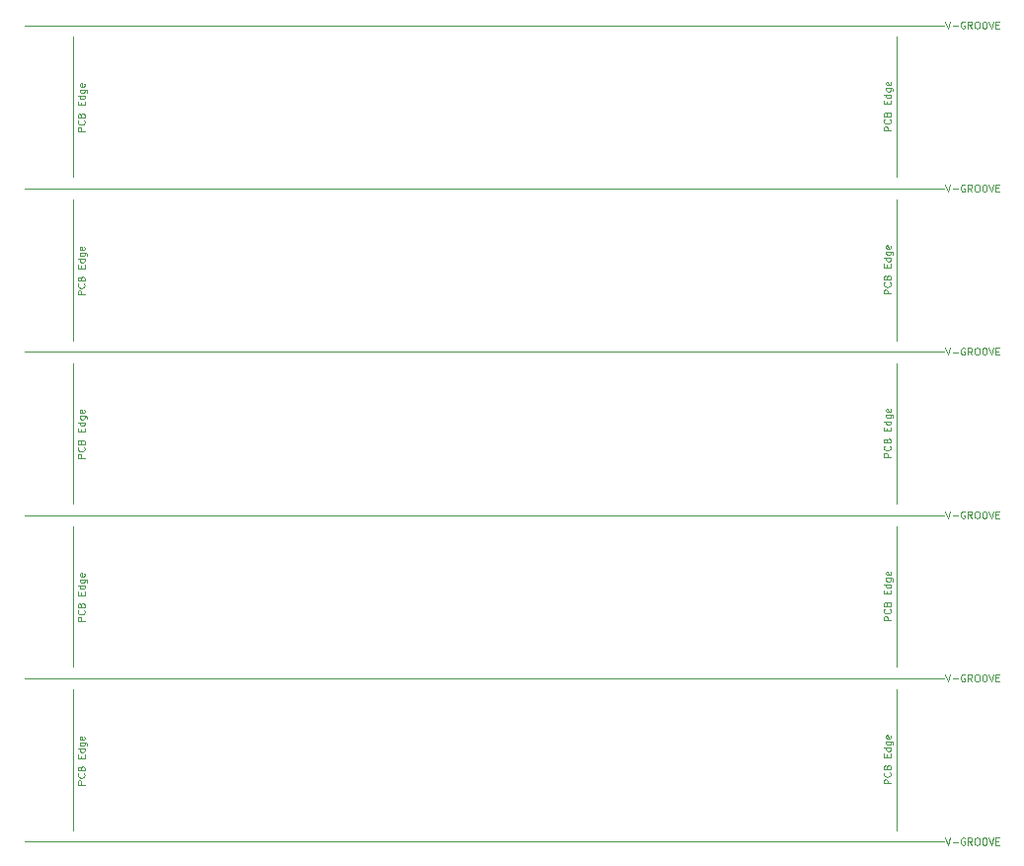
<source format=gbr>
G04 #@! TF.GenerationSoftware,KiCad,Pcbnew,(5.99.0-812-g5d5363396)*
G04 #@! TF.CreationDate,2020-02-01T10:18:43+03:00*
G04 #@! TF.ProjectId,stm32_ds2480_emu_panel,73746d33-325f-4647-9332-3438305f656d,rev?*
G04 #@! TF.SameCoordinates,PX68e7780PY7ed6b40*
G04 #@! TF.FileFunction,OtherDrawing,Comment*
%FSLAX46Y46*%
G04 Gerber Fmt 4.6, Leading zero omitted, Abs format (unit mm)*
G04 Created by KiCad (PCBNEW (5.99.0-812-g5d5363396)) date 2020-02-01 10:18:43*
%MOMM*%
%LPD*%
G04 APERTURE LIST*
%ADD10C,0.100000*%
%ADD11C,0.090000*%
G04 APERTURE END LIST*
D10*
X74522142Y7328572D02*
X74722142Y6728572D01*
X74922142Y7328572D01*
X75122142Y6957143D02*
X75579285Y6957143D01*
X76179285Y7300000D02*
X76122142Y7328572D01*
X76036428Y7328572D01*
X75950714Y7300000D01*
X75893571Y7242858D01*
X75865000Y7185715D01*
X75836428Y7071429D01*
X75836428Y6985715D01*
X75865000Y6871429D01*
X75893571Y6814286D01*
X75950714Y6757143D01*
X76036428Y6728572D01*
X76093571Y6728572D01*
X76179285Y6757143D01*
X76207857Y6785715D01*
X76207857Y6985715D01*
X76093571Y6985715D01*
X76807857Y6728572D02*
X76607857Y7014286D01*
X76465000Y6728572D02*
X76465000Y7328572D01*
X76693571Y7328572D01*
X76750714Y7300000D01*
X76779285Y7271429D01*
X76807857Y7214286D01*
X76807857Y7128572D01*
X76779285Y7071429D01*
X76750714Y7042858D01*
X76693571Y7014286D01*
X76465000Y7014286D01*
X77179285Y7328572D02*
X77293571Y7328572D01*
X77350714Y7300000D01*
X77407857Y7242858D01*
X77436428Y7128572D01*
X77436428Y6928572D01*
X77407857Y6814286D01*
X77350714Y6757143D01*
X77293571Y6728572D01*
X77179285Y6728572D01*
X77122142Y6757143D01*
X77065000Y6814286D01*
X77036428Y6928572D01*
X77036428Y7128572D01*
X77065000Y7242858D01*
X77122142Y7300000D01*
X77179285Y7328572D01*
X77807857Y7328572D02*
X77922142Y7328572D01*
X77979285Y7300000D01*
X78036428Y7242858D01*
X78065000Y7128572D01*
X78065000Y6928572D01*
X78036428Y6814286D01*
X77979285Y6757143D01*
X77922142Y6728572D01*
X77807857Y6728572D01*
X77750714Y6757143D01*
X77693571Y6814286D01*
X77665000Y6928572D01*
X77665000Y7128572D01*
X77693571Y7242858D01*
X77750714Y7300000D01*
X77807857Y7328572D01*
X78236428Y7328572D02*
X78436428Y6728572D01*
X78636428Y7328572D01*
X78836428Y7042858D02*
X79036428Y7042858D01*
X79122142Y6728572D02*
X78836428Y6728572D01*
X78836428Y7328572D01*
X79122142Y7328572D01*
X-4400000Y7000000D02*
X74400000Y7000000D01*
X74522142Y21328572D02*
X74722142Y20728572D01*
X74922142Y21328572D01*
X75122142Y20957143D02*
X75579285Y20957143D01*
X76179285Y21300000D02*
X76122142Y21328572D01*
X76036428Y21328572D01*
X75950714Y21300000D01*
X75893571Y21242858D01*
X75865000Y21185715D01*
X75836428Y21071429D01*
X75836428Y20985715D01*
X75865000Y20871429D01*
X75893571Y20814286D01*
X75950714Y20757143D01*
X76036428Y20728572D01*
X76093571Y20728572D01*
X76179285Y20757143D01*
X76207857Y20785715D01*
X76207857Y20985715D01*
X76093571Y20985715D01*
X76807857Y20728572D02*
X76607857Y21014286D01*
X76465000Y20728572D02*
X76465000Y21328572D01*
X76693571Y21328572D01*
X76750714Y21300000D01*
X76779285Y21271429D01*
X76807857Y21214286D01*
X76807857Y21128572D01*
X76779285Y21071429D01*
X76750714Y21042858D01*
X76693571Y21014286D01*
X76465000Y21014286D01*
X77179285Y21328572D02*
X77293571Y21328572D01*
X77350714Y21300000D01*
X77407857Y21242858D01*
X77436428Y21128572D01*
X77436428Y20928572D01*
X77407857Y20814286D01*
X77350714Y20757143D01*
X77293571Y20728572D01*
X77179285Y20728572D01*
X77122142Y20757143D01*
X77065000Y20814286D01*
X77036428Y20928572D01*
X77036428Y21128572D01*
X77065000Y21242858D01*
X77122142Y21300000D01*
X77179285Y21328572D01*
X77807857Y21328572D02*
X77922142Y21328572D01*
X77979285Y21300000D01*
X78036428Y21242858D01*
X78065000Y21128572D01*
X78065000Y20928572D01*
X78036428Y20814286D01*
X77979285Y20757143D01*
X77922142Y20728572D01*
X77807857Y20728572D01*
X77750714Y20757143D01*
X77693571Y20814286D01*
X77665000Y20928572D01*
X77665000Y21128572D01*
X77693571Y21242858D01*
X77750714Y21300000D01*
X77807857Y21328572D01*
X78236428Y21328572D02*
X78436428Y20728572D01*
X78636428Y21328572D01*
X78836428Y21042858D02*
X79036428Y21042858D01*
X79122142Y20728572D02*
X78836428Y20728572D01*
X78836428Y21328572D01*
X79122142Y21328572D01*
X74522142Y35328572D02*
X74722142Y34728572D01*
X74922142Y35328572D01*
X75122142Y34957143D02*
X75579285Y34957143D01*
X76179285Y35300000D02*
X76122142Y35328572D01*
X76036428Y35328572D01*
X75950714Y35300000D01*
X75893571Y35242858D01*
X75865000Y35185715D01*
X75836428Y35071429D01*
X75836428Y34985715D01*
X75865000Y34871429D01*
X75893571Y34814286D01*
X75950714Y34757143D01*
X76036428Y34728572D01*
X76093571Y34728572D01*
X76179285Y34757143D01*
X76207857Y34785715D01*
X76207857Y34985715D01*
X76093571Y34985715D01*
X76807857Y34728572D02*
X76607857Y35014286D01*
X76465000Y34728572D02*
X76465000Y35328572D01*
X76693571Y35328572D01*
X76750714Y35300000D01*
X76779285Y35271429D01*
X76807857Y35214286D01*
X76807857Y35128572D01*
X76779285Y35071429D01*
X76750714Y35042858D01*
X76693571Y35014286D01*
X76465000Y35014286D01*
X77179285Y35328572D02*
X77293571Y35328572D01*
X77350714Y35300000D01*
X77407857Y35242858D01*
X77436428Y35128572D01*
X77436428Y34928572D01*
X77407857Y34814286D01*
X77350714Y34757143D01*
X77293571Y34728572D01*
X77179285Y34728572D01*
X77122142Y34757143D01*
X77065000Y34814286D01*
X77036428Y34928572D01*
X77036428Y35128572D01*
X77065000Y35242858D01*
X77122142Y35300000D01*
X77179285Y35328572D01*
X77807857Y35328572D02*
X77922142Y35328572D01*
X77979285Y35300000D01*
X78036428Y35242858D01*
X78065000Y35128572D01*
X78065000Y34928572D01*
X78036428Y34814286D01*
X77979285Y34757143D01*
X77922142Y34728572D01*
X77807857Y34728572D01*
X77750714Y34757143D01*
X77693571Y34814286D01*
X77665000Y34928572D01*
X77665000Y35128572D01*
X77693571Y35242858D01*
X77750714Y35300000D01*
X77807857Y35328572D01*
X78236428Y35328572D02*
X78436428Y34728572D01*
X78636428Y35328572D01*
X78836428Y35042858D02*
X79036428Y35042858D01*
X79122142Y34728572D02*
X78836428Y34728572D01*
X78836428Y35328572D01*
X79122142Y35328572D01*
X74522142Y49328572D02*
X74722142Y48728572D01*
X74922142Y49328572D01*
X75122142Y48957143D02*
X75579285Y48957143D01*
X76179285Y49300000D02*
X76122142Y49328572D01*
X76036428Y49328572D01*
X75950714Y49300000D01*
X75893571Y49242858D01*
X75865000Y49185715D01*
X75836428Y49071429D01*
X75836428Y48985715D01*
X75865000Y48871429D01*
X75893571Y48814286D01*
X75950714Y48757143D01*
X76036428Y48728572D01*
X76093571Y48728572D01*
X76179285Y48757143D01*
X76207857Y48785715D01*
X76207857Y48985715D01*
X76093571Y48985715D01*
X76807857Y48728572D02*
X76607857Y49014286D01*
X76465000Y48728572D02*
X76465000Y49328572D01*
X76693571Y49328572D01*
X76750714Y49300000D01*
X76779285Y49271429D01*
X76807857Y49214286D01*
X76807857Y49128572D01*
X76779285Y49071429D01*
X76750714Y49042858D01*
X76693571Y49014286D01*
X76465000Y49014286D01*
X77179285Y49328572D02*
X77293571Y49328572D01*
X77350714Y49300000D01*
X77407857Y49242858D01*
X77436428Y49128572D01*
X77436428Y48928572D01*
X77407857Y48814286D01*
X77350714Y48757143D01*
X77293571Y48728572D01*
X77179285Y48728572D01*
X77122142Y48757143D01*
X77065000Y48814286D01*
X77036428Y48928572D01*
X77036428Y49128572D01*
X77065000Y49242858D01*
X77122142Y49300000D01*
X77179285Y49328572D01*
X77807857Y49328572D02*
X77922142Y49328572D01*
X77979285Y49300000D01*
X78036428Y49242858D01*
X78065000Y49128572D01*
X78065000Y48928572D01*
X78036428Y48814286D01*
X77979285Y48757143D01*
X77922142Y48728572D01*
X77807857Y48728572D01*
X77750714Y48757143D01*
X77693571Y48814286D01*
X77665000Y48928572D01*
X77665000Y49128572D01*
X77693571Y49242858D01*
X77750714Y49300000D01*
X77807857Y49328572D01*
X78236428Y49328572D02*
X78436428Y48728572D01*
X78636428Y49328572D01*
X78836428Y49042858D02*
X79036428Y49042858D01*
X79122142Y48728572D02*
X78836428Y48728572D01*
X78836428Y49328572D01*
X79122142Y49328572D01*
X74522142Y63328572D02*
X74722142Y62728572D01*
X74922142Y63328572D01*
X75122142Y62957143D02*
X75579285Y62957143D01*
X76179285Y63300000D02*
X76122142Y63328572D01*
X76036428Y63328572D01*
X75950714Y63300000D01*
X75893571Y63242858D01*
X75865000Y63185715D01*
X75836428Y63071429D01*
X75836428Y62985715D01*
X75865000Y62871429D01*
X75893571Y62814286D01*
X75950714Y62757143D01*
X76036428Y62728572D01*
X76093571Y62728572D01*
X76179285Y62757143D01*
X76207857Y62785715D01*
X76207857Y62985715D01*
X76093571Y62985715D01*
X76807857Y62728572D02*
X76607857Y63014286D01*
X76465000Y62728572D02*
X76465000Y63328572D01*
X76693571Y63328572D01*
X76750714Y63300000D01*
X76779285Y63271429D01*
X76807857Y63214286D01*
X76807857Y63128572D01*
X76779285Y63071429D01*
X76750714Y63042858D01*
X76693571Y63014286D01*
X76465000Y63014286D01*
X77179285Y63328572D02*
X77293571Y63328572D01*
X77350714Y63300000D01*
X77407857Y63242858D01*
X77436428Y63128572D01*
X77436428Y62928572D01*
X77407857Y62814286D01*
X77350714Y62757143D01*
X77293571Y62728572D01*
X77179285Y62728572D01*
X77122142Y62757143D01*
X77065000Y62814286D01*
X77036428Y62928572D01*
X77036428Y63128572D01*
X77065000Y63242858D01*
X77122142Y63300000D01*
X77179285Y63328572D01*
X77807857Y63328572D02*
X77922142Y63328572D01*
X77979285Y63300000D01*
X78036428Y63242858D01*
X78065000Y63128572D01*
X78065000Y62928572D01*
X78036428Y62814286D01*
X77979285Y62757143D01*
X77922142Y62728572D01*
X77807857Y62728572D01*
X77750714Y62757143D01*
X77693571Y62814286D01*
X77665000Y62928572D01*
X77665000Y63128572D01*
X77693571Y63242858D01*
X77750714Y63300000D01*
X77807857Y63328572D01*
X78236428Y63328572D02*
X78436428Y62728572D01*
X78636428Y63328572D01*
X78836428Y63042858D02*
X79036428Y63042858D01*
X79122142Y62728572D02*
X78836428Y62728572D01*
X78836428Y63328572D01*
X79122142Y63328572D01*
X-4400000Y21000000D02*
X74400000Y21000000D01*
X-4400000Y35000000D02*
X74400000Y35000000D01*
X-4400000Y49000000D02*
X74400000Y49000000D01*
X-4400000Y63000000D02*
X74400000Y63000000D01*
X-4400000Y77000000D02*
X74400000Y77000000D01*
X74522142Y77328572D02*
X74722142Y76728572D01*
X74922142Y77328572D01*
X75122142Y76957143D02*
X75579285Y76957143D01*
X76179285Y77300000D02*
X76122142Y77328572D01*
X76036428Y77328572D01*
X75950714Y77300000D01*
X75893571Y77242858D01*
X75865000Y77185715D01*
X75836428Y77071429D01*
X75836428Y76985715D01*
X75865000Y76871429D01*
X75893571Y76814286D01*
X75950714Y76757143D01*
X76036428Y76728572D01*
X76093571Y76728572D01*
X76179285Y76757143D01*
X76207857Y76785715D01*
X76207857Y76985715D01*
X76093571Y76985715D01*
X76807857Y76728572D02*
X76607857Y77014286D01*
X76465000Y76728572D02*
X76465000Y77328572D01*
X76693571Y77328572D01*
X76750714Y77300000D01*
X76779285Y77271429D01*
X76807857Y77214286D01*
X76807857Y77128572D01*
X76779285Y77071429D01*
X76750714Y77042858D01*
X76693571Y77014286D01*
X76465000Y77014286D01*
X77179285Y77328572D02*
X77293571Y77328572D01*
X77350714Y77300000D01*
X77407857Y77242858D01*
X77436428Y77128572D01*
X77436428Y76928572D01*
X77407857Y76814286D01*
X77350714Y76757143D01*
X77293571Y76728572D01*
X77179285Y76728572D01*
X77122142Y76757143D01*
X77065000Y76814286D01*
X77036428Y76928572D01*
X77036428Y77128572D01*
X77065000Y77242858D01*
X77122142Y77300000D01*
X77179285Y77328572D01*
X77807857Y77328572D02*
X77922142Y77328572D01*
X77979285Y77300000D01*
X78036428Y77242858D01*
X78065000Y77128572D01*
X78065000Y76928572D01*
X78036428Y76814286D01*
X77979285Y76757143D01*
X77922142Y76728572D01*
X77807857Y76728572D01*
X77750714Y76757143D01*
X77693571Y76814286D01*
X77665000Y76928572D01*
X77665000Y77128572D01*
X77693571Y77242858D01*
X77750714Y77300000D01*
X77807857Y77328572D01*
X78236428Y77328572D02*
X78436428Y76728572D01*
X78636428Y77328572D01*
X78836428Y77042858D02*
X79036428Y77042858D01*
X79122142Y76728572D02*
X78836428Y76728572D01*
X78836428Y77328572D01*
X79122142Y77328572D01*
X-300000Y20025000D02*
X-300000Y7975000D01*
X-300000Y34025000D02*
X-300000Y21975000D01*
X-300000Y48025000D02*
X-300000Y35975000D01*
X-300000Y62025000D02*
X-300000Y49975000D01*
X70300000Y7975000D02*
X70300000Y20025000D01*
X70300000Y21975000D02*
X70300000Y34025000D01*
X70300000Y35975000D02*
X70300000Y48025000D01*
X70300000Y49975000D02*
X70300000Y62025000D01*
X70300000Y63975000D02*
X70300000Y76025000D01*
X-300000Y76025000D02*
X-300000Y63975000D01*
D11*
X721428Y11892858D02*
X121428Y11892858D01*
X121428Y12121429D01*
X150000Y12178572D01*
X178571Y12207143D01*
X235714Y12235715D01*
X321428Y12235715D01*
X378571Y12207143D01*
X407142Y12178572D01*
X435714Y12121429D01*
X435714Y11892858D01*
X664285Y12835715D02*
X692857Y12807143D01*
X721428Y12721429D01*
X721428Y12664286D01*
X692857Y12578572D01*
X635714Y12521429D01*
X578571Y12492858D01*
X464285Y12464286D01*
X378571Y12464286D01*
X264285Y12492858D01*
X207142Y12521429D01*
X150000Y12578572D01*
X121428Y12664286D01*
X121428Y12721429D01*
X150000Y12807143D01*
X178571Y12835715D01*
X407142Y13292858D02*
X435714Y13378572D01*
X464285Y13407143D01*
X521428Y13435715D01*
X607142Y13435715D01*
X664285Y13407143D01*
X692857Y13378572D01*
X721428Y13321429D01*
X721428Y13092858D01*
X121428Y13092858D01*
X121428Y13292858D01*
X150000Y13350000D01*
X178571Y13378572D01*
X235714Y13407143D01*
X292857Y13407143D01*
X350000Y13378572D01*
X378571Y13350000D01*
X407142Y13292858D01*
X407142Y13092858D01*
X407142Y14150000D02*
X407142Y14350000D01*
X721428Y14435715D02*
X721428Y14150000D01*
X121428Y14150000D01*
X121428Y14435715D01*
X721428Y14950000D02*
X121428Y14950000D01*
X692857Y14950000D02*
X721428Y14892858D01*
X721428Y14778572D01*
X692857Y14721429D01*
X664285Y14692858D01*
X607142Y14664286D01*
X435714Y14664286D01*
X378571Y14692858D01*
X350000Y14721429D01*
X321428Y14778572D01*
X321428Y14892858D01*
X350000Y14950000D01*
X321428Y15492858D02*
X807142Y15492858D01*
X864285Y15464286D01*
X892857Y15435715D01*
X921428Y15378572D01*
X921428Y15292858D01*
X892857Y15235715D01*
X692857Y15492858D02*
X721428Y15435715D01*
X721428Y15321429D01*
X692857Y15264286D01*
X664285Y15235715D01*
X607142Y15207143D01*
X435714Y15207143D01*
X378571Y15235715D01*
X350000Y15264286D01*
X321428Y15321429D01*
X321428Y15435715D01*
X350000Y15492858D01*
X692857Y16007143D02*
X721428Y15950000D01*
X721428Y15835715D01*
X692857Y15778572D01*
X635714Y15750000D01*
X407142Y15750000D01*
X350000Y15778572D01*
X321428Y15835715D01*
X321428Y15950000D01*
X350000Y16007143D01*
X407142Y16035715D01*
X464285Y16035715D01*
X521428Y15750000D01*
X721428Y25892858D02*
X121428Y25892858D01*
X121428Y26121429D01*
X150000Y26178572D01*
X178571Y26207143D01*
X235714Y26235715D01*
X321428Y26235715D01*
X378571Y26207143D01*
X407142Y26178572D01*
X435714Y26121429D01*
X435714Y25892858D01*
X664285Y26835715D02*
X692857Y26807143D01*
X721428Y26721429D01*
X721428Y26664286D01*
X692857Y26578572D01*
X635714Y26521429D01*
X578571Y26492858D01*
X464285Y26464286D01*
X378571Y26464286D01*
X264285Y26492858D01*
X207142Y26521429D01*
X150000Y26578572D01*
X121428Y26664286D01*
X121428Y26721429D01*
X150000Y26807143D01*
X178571Y26835715D01*
X407142Y27292858D02*
X435714Y27378572D01*
X464285Y27407143D01*
X521428Y27435715D01*
X607142Y27435715D01*
X664285Y27407143D01*
X692857Y27378572D01*
X721428Y27321429D01*
X721428Y27092858D01*
X121428Y27092858D01*
X121428Y27292858D01*
X150000Y27350000D01*
X178571Y27378572D01*
X235714Y27407143D01*
X292857Y27407143D01*
X350000Y27378572D01*
X378571Y27350000D01*
X407142Y27292858D01*
X407142Y27092858D01*
X407142Y28150000D02*
X407142Y28350000D01*
X721428Y28435715D02*
X721428Y28150000D01*
X121428Y28150000D01*
X121428Y28435715D01*
X721428Y28950000D02*
X121428Y28950000D01*
X692857Y28950000D02*
X721428Y28892858D01*
X721428Y28778572D01*
X692857Y28721429D01*
X664285Y28692858D01*
X607142Y28664286D01*
X435714Y28664286D01*
X378571Y28692858D01*
X350000Y28721429D01*
X321428Y28778572D01*
X321428Y28892858D01*
X350000Y28950000D01*
X321428Y29492858D02*
X807142Y29492858D01*
X864285Y29464286D01*
X892857Y29435715D01*
X921428Y29378572D01*
X921428Y29292858D01*
X892857Y29235715D01*
X692857Y29492858D02*
X721428Y29435715D01*
X721428Y29321429D01*
X692857Y29264286D01*
X664285Y29235715D01*
X607142Y29207143D01*
X435714Y29207143D01*
X378571Y29235715D01*
X350000Y29264286D01*
X321428Y29321429D01*
X321428Y29435715D01*
X350000Y29492858D01*
X692857Y30007143D02*
X721428Y29950000D01*
X721428Y29835715D01*
X692857Y29778572D01*
X635714Y29750000D01*
X407142Y29750000D01*
X350000Y29778572D01*
X321428Y29835715D01*
X321428Y29950000D01*
X350000Y30007143D01*
X407142Y30035715D01*
X464285Y30035715D01*
X521428Y29750000D01*
X721428Y39892858D02*
X121428Y39892858D01*
X121428Y40121429D01*
X150000Y40178572D01*
X178571Y40207143D01*
X235714Y40235715D01*
X321428Y40235715D01*
X378571Y40207143D01*
X407142Y40178572D01*
X435714Y40121429D01*
X435714Y39892858D01*
X664285Y40835715D02*
X692857Y40807143D01*
X721428Y40721429D01*
X721428Y40664286D01*
X692857Y40578572D01*
X635714Y40521429D01*
X578571Y40492858D01*
X464285Y40464286D01*
X378571Y40464286D01*
X264285Y40492858D01*
X207142Y40521429D01*
X150000Y40578572D01*
X121428Y40664286D01*
X121428Y40721429D01*
X150000Y40807143D01*
X178571Y40835715D01*
X407142Y41292858D02*
X435714Y41378572D01*
X464285Y41407143D01*
X521428Y41435715D01*
X607142Y41435715D01*
X664285Y41407143D01*
X692857Y41378572D01*
X721428Y41321429D01*
X721428Y41092858D01*
X121428Y41092858D01*
X121428Y41292858D01*
X150000Y41350000D01*
X178571Y41378572D01*
X235714Y41407143D01*
X292857Y41407143D01*
X350000Y41378572D01*
X378571Y41350000D01*
X407142Y41292858D01*
X407142Y41092858D01*
X407142Y42150000D02*
X407142Y42350000D01*
X721428Y42435715D02*
X721428Y42150000D01*
X121428Y42150000D01*
X121428Y42435715D01*
X721428Y42950000D02*
X121428Y42950000D01*
X692857Y42950000D02*
X721428Y42892858D01*
X721428Y42778572D01*
X692857Y42721429D01*
X664285Y42692858D01*
X607142Y42664286D01*
X435714Y42664286D01*
X378571Y42692858D01*
X350000Y42721429D01*
X321428Y42778572D01*
X321428Y42892858D01*
X350000Y42950000D01*
X321428Y43492858D02*
X807142Y43492858D01*
X864285Y43464286D01*
X892857Y43435715D01*
X921428Y43378572D01*
X921428Y43292858D01*
X892857Y43235715D01*
X692857Y43492858D02*
X721428Y43435715D01*
X721428Y43321429D01*
X692857Y43264286D01*
X664285Y43235715D01*
X607142Y43207143D01*
X435714Y43207143D01*
X378571Y43235715D01*
X350000Y43264286D01*
X321428Y43321429D01*
X321428Y43435715D01*
X350000Y43492858D01*
X692857Y44007143D02*
X721428Y43950000D01*
X721428Y43835715D01*
X692857Y43778572D01*
X635714Y43750000D01*
X407142Y43750000D01*
X350000Y43778572D01*
X321428Y43835715D01*
X321428Y43950000D01*
X350000Y44007143D01*
X407142Y44035715D01*
X464285Y44035715D01*
X521428Y43750000D01*
X721428Y53892858D02*
X121428Y53892858D01*
X121428Y54121429D01*
X150000Y54178572D01*
X178571Y54207143D01*
X235714Y54235715D01*
X321428Y54235715D01*
X378571Y54207143D01*
X407142Y54178572D01*
X435714Y54121429D01*
X435714Y53892858D01*
X664285Y54835715D02*
X692857Y54807143D01*
X721428Y54721429D01*
X721428Y54664286D01*
X692857Y54578572D01*
X635714Y54521429D01*
X578571Y54492858D01*
X464285Y54464286D01*
X378571Y54464286D01*
X264285Y54492858D01*
X207142Y54521429D01*
X150000Y54578572D01*
X121428Y54664286D01*
X121428Y54721429D01*
X150000Y54807143D01*
X178571Y54835715D01*
X407142Y55292858D02*
X435714Y55378572D01*
X464285Y55407143D01*
X521428Y55435715D01*
X607142Y55435715D01*
X664285Y55407143D01*
X692857Y55378572D01*
X721428Y55321429D01*
X721428Y55092858D01*
X121428Y55092858D01*
X121428Y55292858D01*
X150000Y55350000D01*
X178571Y55378572D01*
X235714Y55407143D01*
X292857Y55407143D01*
X350000Y55378572D01*
X378571Y55350000D01*
X407142Y55292858D01*
X407142Y55092858D01*
X407142Y56150000D02*
X407142Y56350000D01*
X721428Y56435715D02*
X721428Y56150000D01*
X121428Y56150000D01*
X121428Y56435715D01*
X721428Y56950000D02*
X121428Y56950000D01*
X692857Y56950000D02*
X721428Y56892858D01*
X721428Y56778572D01*
X692857Y56721429D01*
X664285Y56692858D01*
X607142Y56664286D01*
X435714Y56664286D01*
X378571Y56692858D01*
X350000Y56721429D01*
X321428Y56778572D01*
X321428Y56892858D01*
X350000Y56950000D01*
X321428Y57492858D02*
X807142Y57492858D01*
X864285Y57464286D01*
X892857Y57435715D01*
X921428Y57378572D01*
X921428Y57292858D01*
X892857Y57235715D01*
X692857Y57492858D02*
X721428Y57435715D01*
X721428Y57321429D01*
X692857Y57264286D01*
X664285Y57235715D01*
X607142Y57207143D01*
X435714Y57207143D01*
X378571Y57235715D01*
X350000Y57264286D01*
X321428Y57321429D01*
X321428Y57435715D01*
X350000Y57492858D01*
X692857Y58007143D02*
X721428Y57950000D01*
X721428Y57835715D01*
X692857Y57778572D01*
X635714Y57750000D01*
X407142Y57750000D01*
X350000Y57778572D01*
X321428Y57835715D01*
X321428Y57950000D01*
X350000Y58007143D01*
X407142Y58035715D01*
X464285Y58035715D01*
X521428Y57750000D01*
X69821428Y11992858D02*
X69221428Y11992858D01*
X69221428Y12221429D01*
X69250000Y12278572D01*
X69278571Y12307143D01*
X69335714Y12335715D01*
X69421428Y12335715D01*
X69478571Y12307143D01*
X69507142Y12278572D01*
X69535714Y12221429D01*
X69535714Y11992858D01*
X69764285Y12935715D02*
X69792857Y12907143D01*
X69821428Y12821429D01*
X69821428Y12764286D01*
X69792857Y12678572D01*
X69735714Y12621429D01*
X69678571Y12592858D01*
X69564285Y12564286D01*
X69478571Y12564286D01*
X69364285Y12592858D01*
X69307142Y12621429D01*
X69250000Y12678572D01*
X69221428Y12764286D01*
X69221428Y12821429D01*
X69250000Y12907143D01*
X69278571Y12935715D01*
X69507142Y13392858D02*
X69535714Y13478572D01*
X69564285Y13507143D01*
X69621428Y13535715D01*
X69707142Y13535715D01*
X69764285Y13507143D01*
X69792857Y13478572D01*
X69821428Y13421429D01*
X69821428Y13192858D01*
X69221428Y13192858D01*
X69221428Y13392858D01*
X69250000Y13450000D01*
X69278571Y13478572D01*
X69335714Y13507143D01*
X69392857Y13507143D01*
X69450000Y13478572D01*
X69478571Y13450000D01*
X69507142Y13392858D01*
X69507142Y13192858D01*
X69507142Y14250000D02*
X69507142Y14450000D01*
X69821428Y14535715D02*
X69821428Y14250000D01*
X69221428Y14250000D01*
X69221428Y14535715D01*
X69821428Y15050000D02*
X69221428Y15050000D01*
X69792857Y15050000D02*
X69821428Y14992858D01*
X69821428Y14878572D01*
X69792857Y14821429D01*
X69764285Y14792858D01*
X69707142Y14764286D01*
X69535714Y14764286D01*
X69478571Y14792858D01*
X69450000Y14821429D01*
X69421428Y14878572D01*
X69421428Y14992858D01*
X69450000Y15050000D01*
X69421428Y15592858D02*
X69907142Y15592858D01*
X69964285Y15564286D01*
X69992857Y15535715D01*
X70021428Y15478572D01*
X70021428Y15392858D01*
X69992857Y15335715D01*
X69792857Y15592858D02*
X69821428Y15535715D01*
X69821428Y15421429D01*
X69792857Y15364286D01*
X69764285Y15335715D01*
X69707142Y15307143D01*
X69535714Y15307143D01*
X69478571Y15335715D01*
X69450000Y15364286D01*
X69421428Y15421429D01*
X69421428Y15535715D01*
X69450000Y15592858D01*
X69792857Y16107143D02*
X69821428Y16050000D01*
X69821428Y15935715D01*
X69792857Y15878572D01*
X69735714Y15850000D01*
X69507142Y15850000D01*
X69450000Y15878572D01*
X69421428Y15935715D01*
X69421428Y16050000D01*
X69450000Y16107143D01*
X69507142Y16135715D01*
X69564285Y16135715D01*
X69621428Y15850000D01*
X69821428Y25992858D02*
X69221428Y25992858D01*
X69221428Y26221429D01*
X69250000Y26278572D01*
X69278571Y26307143D01*
X69335714Y26335715D01*
X69421428Y26335715D01*
X69478571Y26307143D01*
X69507142Y26278572D01*
X69535714Y26221429D01*
X69535714Y25992858D01*
X69764285Y26935715D02*
X69792857Y26907143D01*
X69821428Y26821429D01*
X69821428Y26764286D01*
X69792857Y26678572D01*
X69735714Y26621429D01*
X69678571Y26592858D01*
X69564285Y26564286D01*
X69478571Y26564286D01*
X69364285Y26592858D01*
X69307142Y26621429D01*
X69250000Y26678572D01*
X69221428Y26764286D01*
X69221428Y26821429D01*
X69250000Y26907143D01*
X69278571Y26935715D01*
X69507142Y27392858D02*
X69535714Y27478572D01*
X69564285Y27507143D01*
X69621428Y27535715D01*
X69707142Y27535715D01*
X69764285Y27507143D01*
X69792857Y27478572D01*
X69821428Y27421429D01*
X69821428Y27192858D01*
X69221428Y27192858D01*
X69221428Y27392858D01*
X69250000Y27450000D01*
X69278571Y27478572D01*
X69335714Y27507143D01*
X69392857Y27507143D01*
X69450000Y27478572D01*
X69478571Y27450000D01*
X69507142Y27392858D01*
X69507142Y27192858D01*
X69507142Y28250000D02*
X69507142Y28450000D01*
X69821428Y28535715D02*
X69821428Y28250000D01*
X69221428Y28250000D01*
X69221428Y28535715D01*
X69821428Y29050000D02*
X69221428Y29050000D01*
X69792857Y29050000D02*
X69821428Y28992858D01*
X69821428Y28878572D01*
X69792857Y28821429D01*
X69764285Y28792858D01*
X69707142Y28764286D01*
X69535714Y28764286D01*
X69478571Y28792858D01*
X69450000Y28821429D01*
X69421428Y28878572D01*
X69421428Y28992858D01*
X69450000Y29050000D01*
X69421428Y29592858D02*
X69907142Y29592858D01*
X69964285Y29564286D01*
X69992857Y29535715D01*
X70021428Y29478572D01*
X70021428Y29392858D01*
X69992857Y29335715D01*
X69792857Y29592858D02*
X69821428Y29535715D01*
X69821428Y29421429D01*
X69792857Y29364286D01*
X69764285Y29335715D01*
X69707142Y29307143D01*
X69535714Y29307143D01*
X69478571Y29335715D01*
X69450000Y29364286D01*
X69421428Y29421429D01*
X69421428Y29535715D01*
X69450000Y29592858D01*
X69792857Y30107143D02*
X69821428Y30050000D01*
X69821428Y29935715D01*
X69792857Y29878572D01*
X69735714Y29850000D01*
X69507142Y29850000D01*
X69450000Y29878572D01*
X69421428Y29935715D01*
X69421428Y30050000D01*
X69450000Y30107143D01*
X69507142Y30135715D01*
X69564285Y30135715D01*
X69621428Y29850000D01*
X69821428Y39992858D02*
X69221428Y39992858D01*
X69221428Y40221429D01*
X69250000Y40278572D01*
X69278571Y40307143D01*
X69335714Y40335715D01*
X69421428Y40335715D01*
X69478571Y40307143D01*
X69507142Y40278572D01*
X69535714Y40221429D01*
X69535714Y39992858D01*
X69764285Y40935715D02*
X69792857Y40907143D01*
X69821428Y40821429D01*
X69821428Y40764286D01*
X69792857Y40678572D01*
X69735714Y40621429D01*
X69678571Y40592858D01*
X69564285Y40564286D01*
X69478571Y40564286D01*
X69364285Y40592858D01*
X69307142Y40621429D01*
X69250000Y40678572D01*
X69221428Y40764286D01*
X69221428Y40821429D01*
X69250000Y40907143D01*
X69278571Y40935715D01*
X69507142Y41392858D02*
X69535714Y41478572D01*
X69564285Y41507143D01*
X69621428Y41535715D01*
X69707142Y41535715D01*
X69764285Y41507143D01*
X69792857Y41478572D01*
X69821428Y41421429D01*
X69821428Y41192858D01*
X69221428Y41192858D01*
X69221428Y41392858D01*
X69250000Y41450000D01*
X69278571Y41478572D01*
X69335714Y41507143D01*
X69392857Y41507143D01*
X69450000Y41478572D01*
X69478571Y41450000D01*
X69507142Y41392858D01*
X69507142Y41192858D01*
X69507142Y42250000D02*
X69507142Y42450000D01*
X69821428Y42535715D02*
X69821428Y42250000D01*
X69221428Y42250000D01*
X69221428Y42535715D01*
X69821428Y43050000D02*
X69221428Y43050000D01*
X69792857Y43050000D02*
X69821428Y42992858D01*
X69821428Y42878572D01*
X69792857Y42821429D01*
X69764285Y42792858D01*
X69707142Y42764286D01*
X69535714Y42764286D01*
X69478571Y42792858D01*
X69450000Y42821429D01*
X69421428Y42878572D01*
X69421428Y42992858D01*
X69450000Y43050000D01*
X69421428Y43592858D02*
X69907142Y43592858D01*
X69964285Y43564286D01*
X69992857Y43535715D01*
X70021428Y43478572D01*
X70021428Y43392858D01*
X69992857Y43335715D01*
X69792857Y43592858D02*
X69821428Y43535715D01*
X69821428Y43421429D01*
X69792857Y43364286D01*
X69764285Y43335715D01*
X69707142Y43307143D01*
X69535714Y43307143D01*
X69478571Y43335715D01*
X69450000Y43364286D01*
X69421428Y43421429D01*
X69421428Y43535715D01*
X69450000Y43592858D01*
X69792857Y44107143D02*
X69821428Y44050000D01*
X69821428Y43935715D01*
X69792857Y43878572D01*
X69735714Y43850000D01*
X69507142Y43850000D01*
X69450000Y43878572D01*
X69421428Y43935715D01*
X69421428Y44050000D01*
X69450000Y44107143D01*
X69507142Y44135715D01*
X69564285Y44135715D01*
X69621428Y43850000D01*
X69821428Y53992858D02*
X69221428Y53992858D01*
X69221428Y54221429D01*
X69250000Y54278572D01*
X69278571Y54307143D01*
X69335714Y54335715D01*
X69421428Y54335715D01*
X69478571Y54307143D01*
X69507142Y54278572D01*
X69535714Y54221429D01*
X69535714Y53992858D01*
X69764285Y54935715D02*
X69792857Y54907143D01*
X69821428Y54821429D01*
X69821428Y54764286D01*
X69792857Y54678572D01*
X69735714Y54621429D01*
X69678571Y54592858D01*
X69564285Y54564286D01*
X69478571Y54564286D01*
X69364285Y54592858D01*
X69307142Y54621429D01*
X69250000Y54678572D01*
X69221428Y54764286D01*
X69221428Y54821429D01*
X69250000Y54907143D01*
X69278571Y54935715D01*
X69507142Y55392858D02*
X69535714Y55478572D01*
X69564285Y55507143D01*
X69621428Y55535715D01*
X69707142Y55535715D01*
X69764285Y55507143D01*
X69792857Y55478572D01*
X69821428Y55421429D01*
X69821428Y55192858D01*
X69221428Y55192858D01*
X69221428Y55392858D01*
X69250000Y55450000D01*
X69278571Y55478572D01*
X69335714Y55507143D01*
X69392857Y55507143D01*
X69450000Y55478572D01*
X69478571Y55450000D01*
X69507142Y55392858D01*
X69507142Y55192858D01*
X69507142Y56250000D02*
X69507142Y56450000D01*
X69821428Y56535715D02*
X69821428Y56250000D01*
X69221428Y56250000D01*
X69221428Y56535715D01*
X69821428Y57050000D02*
X69221428Y57050000D01*
X69792857Y57050000D02*
X69821428Y56992858D01*
X69821428Y56878572D01*
X69792857Y56821429D01*
X69764285Y56792858D01*
X69707142Y56764286D01*
X69535714Y56764286D01*
X69478571Y56792858D01*
X69450000Y56821429D01*
X69421428Y56878572D01*
X69421428Y56992858D01*
X69450000Y57050000D01*
X69421428Y57592858D02*
X69907142Y57592858D01*
X69964285Y57564286D01*
X69992857Y57535715D01*
X70021428Y57478572D01*
X70021428Y57392858D01*
X69992857Y57335715D01*
X69792857Y57592858D02*
X69821428Y57535715D01*
X69821428Y57421429D01*
X69792857Y57364286D01*
X69764285Y57335715D01*
X69707142Y57307143D01*
X69535714Y57307143D01*
X69478571Y57335715D01*
X69450000Y57364286D01*
X69421428Y57421429D01*
X69421428Y57535715D01*
X69450000Y57592858D01*
X69792857Y58107143D02*
X69821428Y58050000D01*
X69821428Y57935715D01*
X69792857Y57878572D01*
X69735714Y57850000D01*
X69507142Y57850000D01*
X69450000Y57878572D01*
X69421428Y57935715D01*
X69421428Y58050000D01*
X69450000Y58107143D01*
X69507142Y58135715D01*
X69564285Y58135715D01*
X69621428Y57850000D01*
X69821428Y67992858D02*
X69221428Y67992858D01*
X69221428Y68221429D01*
X69250000Y68278572D01*
X69278571Y68307143D01*
X69335714Y68335715D01*
X69421428Y68335715D01*
X69478571Y68307143D01*
X69507142Y68278572D01*
X69535714Y68221429D01*
X69535714Y67992858D01*
X69764285Y68935715D02*
X69792857Y68907143D01*
X69821428Y68821429D01*
X69821428Y68764286D01*
X69792857Y68678572D01*
X69735714Y68621429D01*
X69678571Y68592858D01*
X69564285Y68564286D01*
X69478571Y68564286D01*
X69364285Y68592858D01*
X69307142Y68621429D01*
X69250000Y68678572D01*
X69221428Y68764286D01*
X69221428Y68821429D01*
X69250000Y68907143D01*
X69278571Y68935715D01*
X69507142Y69392858D02*
X69535714Y69478572D01*
X69564285Y69507143D01*
X69621428Y69535715D01*
X69707142Y69535715D01*
X69764285Y69507143D01*
X69792857Y69478572D01*
X69821428Y69421429D01*
X69821428Y69192858D01*
X69221428Y69192858D01*
X69221428Y69392858D01*
X69250000Y69450000D01*
X69278571Y69478572D01*
X69335714Y69507143D01*
X69392857Y69507143D01*
X69450000Y69478572D01*
X69478571Y69450000D01*
X69507142Y69392858D01*
X69507142Y69192858D01*
X69507142Y70250000D02*
X69507142Y70450000D01*
X69821428Y70535715D02*
X69821428Y70250000D01*
X69221428Y70250000D01*
X69221428Y70535715D01*
X69821428Y71050000D02*
X69221428Y71050000D01*
X69792857Y71050000D02*
X69821428Y70992858D01*
X69821428Y70878572D01*
X69792857Y70821429D01*
X69764285Y70792858D01*
X69707142Y70764286D01*
X69535714Y70764286D01*
X69478571Y70792858D01*
X69450000Y70821429D01*
X69421428Y70878572D01*
X69421428Y70992858D01*
X69450000Y71050000D01*
X69421428Y71592858D02*
X69907142Y71592858D01*
X69964285Y71564286D01*
X69992857Y71535715D01*
X70021428Y71478572D01*
X70021428Y71392858D01*
X69992857Y71335715D01*
X69792857Y71592858D02*
X69821428Y71535715D01*
X69821428Y71421429D01*
X69792857Y71364286D01*
X69764285Y71335715D01*
X69707142Y71307143D01*
X69535714Y71307143D01*
X69478571Y71335715D01*
X69450000Y71364286D01*
X69421428Y71421429D01*
X69421428Y71535715D01*
X69450000Y71592858D01*
X69792857Y72107143D02*
X69821428Y72050000D01*
X69821428Y71935715D01*
X69792857Y71878572D01*
X69735714Y71850000D01*
X69507142Y71850000D01*
X69450000Y71878572D01*
X69421428Y71935715D01*
X69421428Y72050000D01*
X69450000Y72107143D01*
X69507142Y72135715D01*
X69564285Y72135715D01*
X69621428Y71850000D01*
X721428Y67892858D02*
X121428Y67892858D01*
X121428Y68121429D01*
X150000Y68178572D01*
X178571Y68207143D01*
X235714Y68235715D01*
X321428Y68235715D01*
X378571Y68207143D01*
X407142Y68178572D01*
X435714Y68121429D01*
X435714Y67892858D01*
X664285Y68835715D02*
X692857Y68807143D01*
X721428Y68721429D01*
X721428Y68664286D01*
X692857Y68578572D01*
X635714Y68521429D01*
X578571Y68492858D01*
X464285Y68464286D01*
X378571Y68464286D01*
X264285Y68492858D01*
X207142Y68521429D01*
X150000Y68578572D01*
X121428Y68664286D01*
X121428Y68721429D01*
X150000Y68807143D01*
X178571Y68835715D01*
X407142Y69292858D02*
X435714Y69378572D01*
X464285Y69407143D01*
X521428Y69435715D01*
X607142Y69435715D01*
X664285Y69407143D01*
X692857Y69378572D01*
X721428Y69321429D01*
X721428Y69092858D01*
X121428Y69092858D01*
X121428Y69292858D01*
X150000Y69350000D01*
X178571Y69378572D01*
X235714Y69407143D01*
X292857Y69407143D01*
X350000Y69378572D01*
X378571Y69350000D01*
X407142Y69292858D01*
X407142Y69092858D01*
X407142Y70150000D02*
X407142Y70350000D01*
X721428Y70435715D02*
X721428Y70150000D01*
X121428Y70150000D01*
X121428Y70435715D01*
X721428Y70950000D02*
X121428Y70950000D01*
X692857Y70950000D02*
X721428Y70892858D01*
X721428Y70778572D01*
X692857Y70721429D01*
X664285Y70692858D01*
X607142Y70664286D01*
X435714Y70664286D01*
X378571Y70692858D01*
X350000Y70721429D01*
X321428Y70778572D01*
X321428Y70892858D01*
X350000Y70950000D01*
X321428Y71492858D02*
X807142Y71492858D01*
X864285Y71464286D01*
X892857Y71435715D01*
X921428Y71378572D01*
X921428Y71292858D01*
X892857Y71235715D01*
X692857Y71492858D02*
X721428Y71435715D01*
X721428Y71321429D01*
X692857Y71264286D01*
X664285Y71235715D01*
X607142Y71207143D01*
X435714Y71207143D01*
X378571Y71235715D01*
X350000Y71264286D01*
X321428Y71321429D01*
X321428Y71435715D01*
X350000Y71492858D01*
X692857Y72007143D02*
X721428Y71950000D01*
X721428Y71835715D01*
X692857Y71778572D01*
X635714Y71750000D01*
X407142Y71750000D01*
X350000Y71778572D01*
X321428Y71835715D01*
X321428Y71950000D01*
X350000Y72007143D01*
X407142Y72035715D01*
X464285Y72035715D01*
X521428Y71750000D01*
M02*

</source>
